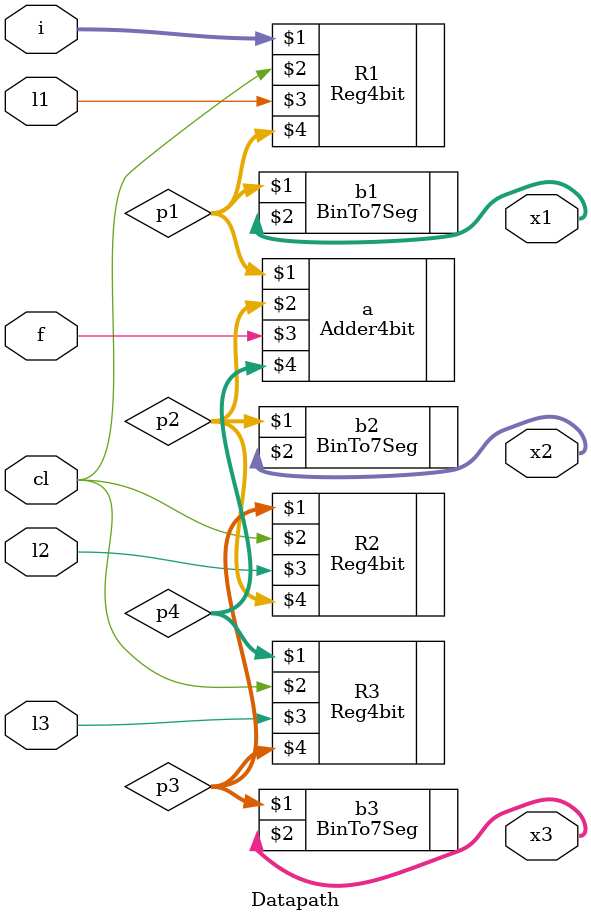
<source format=v>
`timescale 1ns / 1ps
module Datapath(i, l1, l2, l3, cl, f, x1, x2, x3);
    input [3:0] i;
    input l1;
    input l2;
    input l3;
    input cl;
    input f;
    output [6:0] x1;
    output [6:0] x2;
    output [6:0] x3;
	wire [3:0] p1;
	wire [3:0] p2;
	wire [3:0] p3;
	wire [3:0] p4;
	Reg4bit R1(i, cl, l1, p1);
	Adder4bit a(p1, p2, f, p4);
	BinTo7Seg b1(p1, x1);
	Reg4bit R2(p3, cl, l2, p2);
	BinTo7Seg b2(p2, x2);
	Reg4bit R3(p4, cl, l3, p3);
	BinTo7Seg b3(p3, x3);
endmodule

</source>
